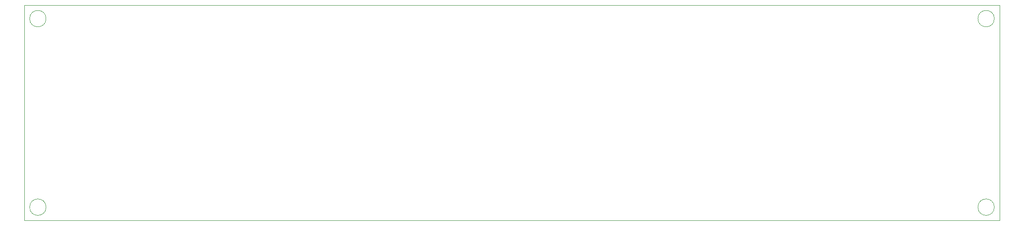
<source format=gbr>
%TF.GenerationSoftware,KiCad,Pcbnew,9.0.7*%
%TF.CreationDate,2026-01-05T23:13:08+01:00*%
%TF.ProjectId,hardware-Schematic,68617264-7761-4726-952d-536368656d61,rev?*%
%TF.SameCoordinates,Original*%
%TF.FileFunction,Profile,NP*%
%FSLAX46Y46*%
G04 Gerber Fmt 4.6, Leading zero omitted, Abs format (unit mm)*
G04 Created by KiCad (PCBNEW 9.0.7) date 2026-01-05 23:13:08*
%MOMM*%
%LPD*%
G01*
G04 APERTURE LIST*
%TA.AperFunction,Profile*%
%ADD10C,0.050000*%
%TD*%
G04 APERTURE END LIST*
D10*
X244000000Y-80600000D02*
G75*
G02*
X240800000Y-80600000I-1600000J0D01*
G01*
X240800000Y-80600000D02*
G75*
G02*
X244000000Y-80600000I1600000J0D01*
G01*
X244000000Y-117400000D02*
G75*
G02*
X240800000Y-117400000I-1600000J0D01*
G01*
X240800000Y-117400000D02*
G75*
G02*
X244000000Y-117400000I1600000J0D01*
G01*
X59200000Y-117400000D02*
G75*
G02*
X56000000Y-117400000I-1600000J0D01*
G01*
X56000000Y-117400000D02*
G75*
G02*
X59200000Y-117400000I1600000J0D01*
G01*
X55000000Y-78000000D02*
X245000000Y-78000000D01*
X245000000Y-120000000D01*
X55000000Y-120000000D01*
X55000000Y-78000000D01*
X59200000Y-80600000D02*
G75*
G02*
X56000000Y-80600000I-1600000J0D01*
G01*
X56000000Y-80600000D02*
G75*
G02*
X59200000Y-80600000I1600000J0D01*
G01*
M02*

</source>
